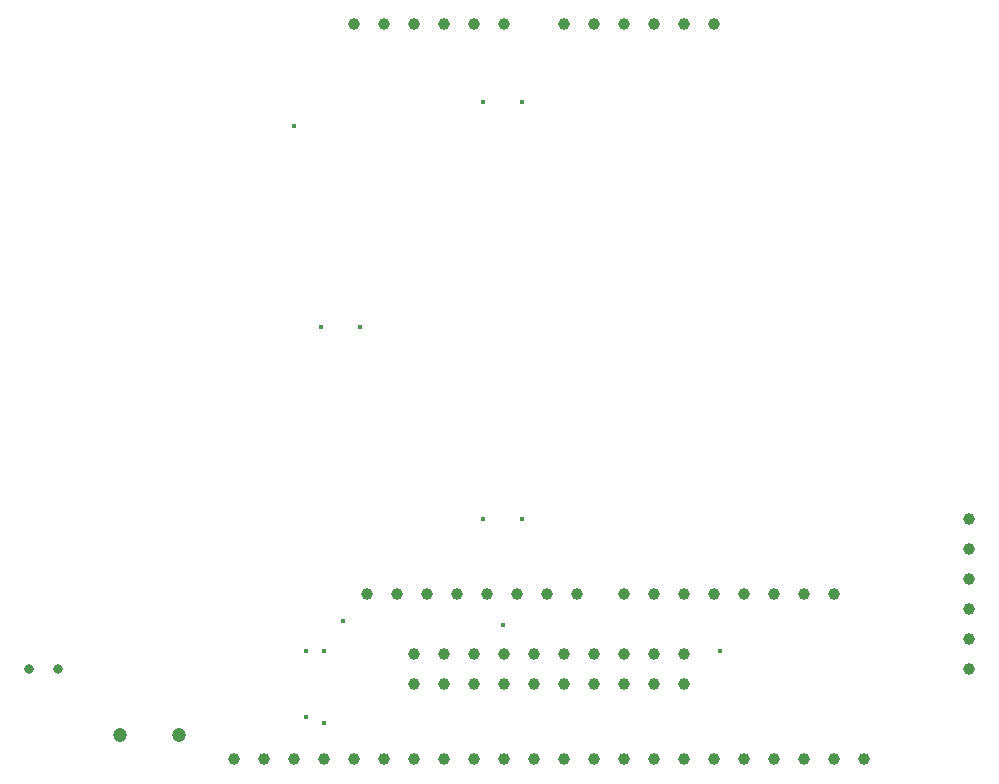
<source format=gbr>
%TF.GenerationSoftware,KiCad,Pcbnew,9.0.5*%
%TF.CreationDate,2025-11-02T14:40:21-08:00*%
%TF.ProjectId,SD-DADPT,53442d44-4144-4505-942e-6b696361645f,PR-1.0*%
%TF.SameCoordinates,Original*%
%TF.FileFunction,Plated,1,2,PTH,Drill*%
%TF.FilePolarity,Positive*%
%FSLAX46Y46*%
G04 Gerber Fmt 4.6, Leading zero omitted, Abs format (unit mm)*
G04 Created by KiCad (PCBNEW 9.0.5) date 2025-11-02 14:40:21*
%MOMM*%
%LPD*%
G01*
G04 APERTURE LIST*
%TA.AperFunction,ViaDrill*%
%ADD10C,0.381000*%
%TD*%
%TA.AperFunction,ComponentDrill*%
%ADD11C,0.800000*%
%TD*%
%TA.AperFunction,ComponentDrill*%
%ADD12C,1.000000*%
%TD*%
%TA.AperFunction,ComponentDrill*%
%ADD13C,1.200000*%
%TD*%
G04 APERTURE END LIST*
D10*
X93980000Y-86106000D03*
X94996000Y-130556000D03*
X94996000Y-136144000D03*
X96266000Y-103124000D03*
X96520000Y-130556000D03*
X96520000Y-136652000D03*
X98145600Y-128016000D03*
X99568000Y-103124000D03*
X109982000Y-84074000D03*
X109982000Y-119380000D03*
X111633000Y-128295400D03*
X113284000Y-84074000D03*
X113284000Y-119380000D03*
X130048000Y-130556000D03*
D11*
%TO.C,C3*%
X71478780Y-132029200D03*
X73978780Y-132029200D03*
D12*
%TO.C,J5*%
X88900000Y-139700000D03*
X91440000Y-139700000D03*
X93979999Y-139700000D03*
X96520000Y-139700000D03*
%TO.C,J3*%
X99060000Y-77470000D03*
%TO.C,J5*%
X99060000Y-139700000D03*
%TO.C,J2*%
X100126799Y-125730000D03*
%TO.C,J3*%
X101600000Y-77470000D03*
%TO.C,J5*%
X101600000Y-139700000D03*
%TO.C,J2*%
X102666800Y-125730000D03*
%TO.C,J3*%
X104140000Y-77470000D03*
%TO.C,J6*%
X104140000Y-130810000D03*
X104140000Y-133350000D03*
%TO.C,J5*%
X104140000Y-139700000D03*
%TO.C,J2*%
X105206800Y-125730000D03*
%TO.C,J6*%
X106680000Y-130810000D03*
X106680000Y-133350000D03*
%TO.C,J3*%
X106680001Y-77470000D03*
%TO.C,J5*%
X106680001Y-139700000D03*
%TO.C,J2*%
X107746800Y-125730000D03*
%TO.C,J6*%
X109219999Y-130810000D03*
%TO.C,J3*%
X109220000Y-77470000D03*
%TO.C,J6*%
X109220000Y-133350000D03*
%TO.C,J5*%
X109220000Y-139700000D03*
%TO.C,J2*%
X110286800Y-125730000D03*
%TO.C,J3*%
X111760000Y-77470000D03*
%TO.C,J6*%
X111760000Y-130810000D03*
X111760000Y-133350000D03*
%TO.C,J5*%
X111760000Y-139700000D03*
%TO.C,J2*%
X112826801Y-125730000D03*
%TO.C,J6*%
X114300000Y-130810000D03*
X114300000Y-133350000D03*
%TO.C,J5*%
X114300000Y-139700000D03*
%TO.C,J2*%
X115366800Y-125730000D03*
%TO.C,J5*%
X116839999Y-139700000D03*
%TO.C,J4*%
X116840000Y-77470000D03*
%TO.C,J6*%
X116840000Y-130810000D03*
X116840000Y-133350000D03*
%TO.C,J2*%
X117906800Y-125730000D03*
%TO.C,J4*%
X119380000Y-77470000D03*
%TO.C,J6*%
X119380000Y-130810000D03*
X119380000Y-133350000D03*
%TO.C,J5*%
X119380000Y-139700000D03*
%TO.C,J1*%
X121919999Y-125730000D03*
%TO.C,J4*%
X121920000Y-77470000D03*
%TO.C,J6*%
X121920000Y-133350000D03*
%TO.C,J5*%
X121920000Y-139700000D03*
%TO.C,J6*%
X121920001Y-130810000D03*
%TO.C,J1*%
X124460000Y-125730000D03*
%TO.C,J6*%
X124460000Y-130810000D03*
X124460000Y-133350000D03*
%TO.C,J5*%
X124460000Y-139700000D03*
%TO.C,J4*%
X124460001Y-77470000D03*
%TO.C,J5*%
X126999999Y-139700000D03*
%TO.C,J4*%
X127000000Y-77470000D03*
%TO.C,J1*%
X127000000Y-125730000D03*
%TO.C,J6*%
X127000000Y-130810000D03*
X127000000Y-133350000D03*
%TO.C,J4*%
X129540000Y-77470000D03*
%TO.C,J1*%
X129540000Y-125730000D03*
%TO.C,J5*%
X129540001Y-139700000D03*
%TO.C,J1*%
X132080000Y-125730000D03*
%TO.C,J5*%
X132080000Y-139700000D03*
X134620000Y-139700000D03*
%TO.C,J1*%
X134620001Y-125730000D03*
X137160000Y-125730000D03*
%TO.C,J5*%
X137160000Y-139700000D03*
X139699999Y-139700000D03*
%TO.C,J1*%
X139700000Y-125730000D03*
%TO.C,J5*%
X142240000Y-139700000D03*
%TO.C,J7*%
X151130000Y-119380000D03*
X151130000Y-121920000D03*
X151130000Y-124460000D03*
X151130000Y-127000001D03*
X151130000Y-129540000D03*
X151130000Y-132080000D03*
D13*
%TO.C,J8*%
X79211800Y-137672800D03*
X84211800Y-137672800D03*
M02*

</source>
